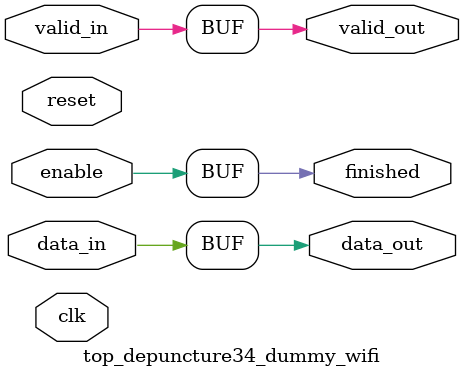
<source format=v>
/*
======================================================================================
				Standard   : WIFI
				Block name : Dummy Depuncturer 
======================================================================================
*/
//====================================================================================
module top_depuncture34_dummy_wifi
(
	clk,
	reset,
	valid_in,
	enable,
	data_in,
	valid_out,
	finished,
	data_out
);
	//============================================================================
	input clk;
	input reset;
	input valid_in;
	input enable;
	input data_in;    
	output valid_out;
	output finished;
	output data_out; 
	//============================================================================
	assign data_out 	= data_in;
	assign valid_out	= valid_in;
	assign finished		= enable;
	//============================================================================
endmodule

</source>
